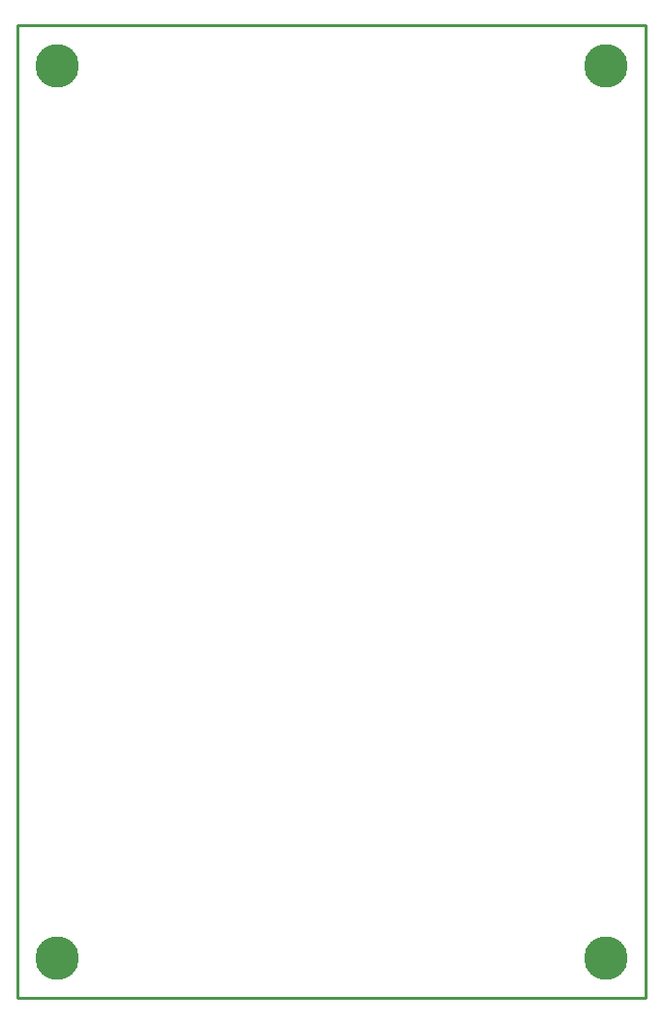
<source format=gbr>
%TF.GenerationSoftware,KiCad,Pcbnew,5.1.7-a382d34a8~87~ubuntu16.04.1*%
%TF.CreationDate,2020-11-12T13:34:28+07:00*%
%TF.ProjectId,sama5d27_som1_ek-sharp_ls0xx_lcd-adapter,73616d61-3564-4323-975f-736f6d315f65,rev?*%
%TF.SameCoordinates,Original*%
%TF.FileFunction,Soldermask,Bot*%
%TF.FilePolarity,Negative*%
%FSLAX46Y46*%
G04 Gerber Fmt 4.6, Leading zero omitted, Abs format (unit mm)*
G04 Created by KiCad (PCBNEW 5.1.7-a382d34a8~87~ubuntu16.04.1) date 2020-11-12 13:34:28*
%MOMM*%
%LPD*%
G01*
G04 APERTURE LIST*
%TA.AperFunction,Profile*%
%ADD10C,0.250000*%
%TD*%
%ADD11C,3.800000*%
G04 APERTURE END LIST*
D10*
X160000000Y-19000000D02*
X215000000Y-19000000D01*
X160000000Y-104000000D02*
X160000000Y-19000000D01*
X215000000Y-104000000D02*
X160000000Y-104000000D01*
X215000000Y-19000000D02*
X215000000Y-104000000D01*
D11*
%TO.C,REF\u002A\u002A*%
X163500000Y-22500000D03*
%TD*%
%TO.C,REF\u002A\u002A*%
X211500000Y-100500000D03*
%TD*%
%TO.C,REF\u002A\u002A*%
X163500000Y-100500000D03*
%TD*%
%TO.C,REF\u002A\u002A*%
X211500000Y-22500000D03*
%TD*%
M02*

</source>
